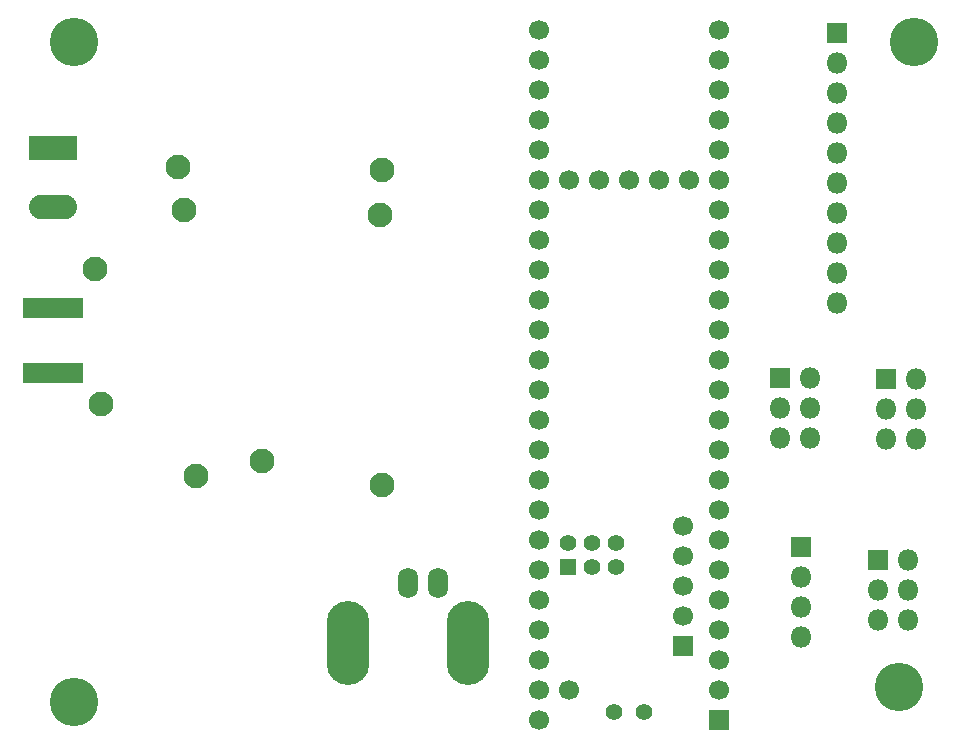
<source format=gbr>
%TF.GenerationSoftware,KiCad,Pcbnew,(5.1.6-0-10_14)*%
%TF.CreationDate,2021-01-13T17:54:44-08:00*%
%TF.ProjectId,MCP35461DevBoard,4d435033-3534-4363-9144-6576426f6172,rev?*%
%TF.SameCoordinates,Original*%
%TF.FileFunction,Soldermask,Bot*%
%TF.FilePolarity,Negative*%
%FSLAX46Y46*%
G04 Gerber Fmt 4.6, Leading zero omitted, Abs format (unit mm)*
G04 Created by KiCad (PCBNEW (5.1.6-0-10_14)) date 2021-01-13 17:54:44*
%MOMM*%
%LPD*%
G01*
G04 APERTURE LIST*
%ADD10C,2.100000*%
%ADD11O,3.600000X7.100000*%
%ADD12O,1.700000X2.600000*%
%ADD13O,4.060000X2.080000*%
%ADD14R,4.060000X2.080000*%
%ADD15C,1.400000*%
%ADD16C,1.700000*%
%ADD17R,1.400000X1.400000*%
%ADD18R,1.700000X1.700000*%
%ADD19O,1.800000X1.800000*%
%ADD20R,1.800000X1.800000*%
%ADD21R,5.180000X1.700000*%
%ADD22C,4.100000*%
G04 APERTURE END LIST*
D10*
%TO.C,TP9*%
X122555000Y-76835000D03*
%TD*%
D11*
%TO.C,J2*%
X119684800Y-90271600D03*
D12*
X124764800Y-85191600D03*
D11*
X129844800Y-90271600D03*
D12*
X127304800Y-85191600D03*
%TD*%
D13*
%TO.C,J8*%
X94742000Y-53340000D03*
D14*
X94742000Y-48340000D03*
%TD*%
D15*
%TO.C,U8*%
X142240000Y-96044000D03*
X144780000Y-96044000D03*
D16*
X138430000Y-51054000D03*
X140970000Y-51054000D03*
X143510000Y-51054000D03*
X146050000Y-51054000D03*
X148590000Y-51054000D03*
D15*
X142328400Y-83804000D03*
X142328400Y-81804000D03*
X140328400Y-81804000D03*
X140328400Y-83804000D03*
X138328400Y-81804000D03*
D17*
X138328400Y-83804000D03*
D16*
X151130000Y-56134000D03*
X151130000Y-53594000D03*
X151130000Y-51054000D03*
X151130000Y-48514000D03*
X151130000Y-58674000D03*
X151130000Y-61214000D03*
X151130000Y-63754000D03*
X151130000Y-45974000D03*
X151130000Y-43434000D03*
X151130000Y-40894000D03*
X151130000Y-38354000D03*
X135890000Y-38354000D03*
X135890000Y-40894000D03*
X135890000Y-43434000D03*
X135890000Y-45974000D03*
X135890000Y-48514000D03*
X135890000Y-51054000D03*
X135890000Y-53594000D03*
X135890000Y-56134000D03*
X135890000Y-58674000D03*
X135890000Y-61214000D03*
X151130000Y-66294000D03*
X151130000Y-68834000D03*
X151130000Y-71374000D03*
X151130000Y-73914000D03*
X151130000Y-76454000D03*
X151130000Y-78994000D03*
X151130000Y-81534000D03*
X151130000Y-84074000D03*
X151130000Y-86614000D03*
X151130000Y-89154000D03*
X151130000Y-91694000D03*
X151130000Y-94234000D03*
D18*
X151130000Y-96774000D03*
D16*
X135890000Y-63754000D03*
X135890000Y-66294000D03*
X135890000Y-68834000D03*
X135890000Y-71374000D03*
X135890000Y-73914000D03*
X135890000Y-76454000D03*
X135890000Y-78994000D03*
X135890000Y-81534000D03*
X135890000Y-84074000D03*
X135890000Y-86614000D03*
X135890000Y-89154000D03*
X135890000Y-91694000D03*
X135890000Y-94234000D03*
X135890000Y-96774000D03*
D18*
X148079200Y-90474800D03*
D16*
X148079200Y-87934800D03*
X148079200Y-85394800D03*
X148079200Y-82854800D03*
X148079200Y-80314800D03*
X138430000Y-94234000D03*
%TD*%
D10*
%TO.C,TP8*%
X122428000Y-53975000D03*
%TD*%
%TO.C,TP7*%
X105791000Y-53594000D03*
%TD*%
%TO.C,TP6*%
X122555000Y-50165000D03*
%TD*%
%TO.C,TP5*%
X105283000Y-49911000D03*
%TD*%
%TO.C,TP4*%
X112395000Y-74803000D03*
%TD*%
%TO.C,TP3*%
X98806000Y-69977000D03*
%TD*%
%TO.C,TP2*%
X98298000Y-58547000D03*
%TD*%
%TO.C,TP1*%
X106807000Y-76073000D03*
%TD*%
D19*
%TO.C,J7*%
X161086800Y-61468000D03*
X161086800Y-58928000D03*
X161086800Y-56388000D03*
X161086800Y-53848000D03*
X161086800Y-51308000D03*
X161086800Y-48768000D03*
X161086800Y-46228000D03*
X161086800Y-43688000D03*
X161086800Y-41148000D03*
D20*
X161086800Y-38608000D03*
%TD*%
D19*
%TO.C,J6*%
X167081200Y-88290400D03*
X164541200Y-88290400D03*
X167081200Y-85750400D03*
X164541200Y-85750400D03*
X167081200Y-83210400D03*
D20*
X164541200Y-83210400D03*
%TD*%
D19*
%TO.C,J5*%
X158038800Y-89712800D03*
X158038800Y-87172800D03*
X158038800Y-84632800D03*
D20*
X158038800Y-82092800D03*
%TD*%
D19*
%TO.C,J4*%
X167741600Y-72999600D03*
X165201600Y-72999600D03*
X167741600Y-70459600D03*
X165201600Y-70459600D03*
X167741600Y-67919600D03*
D20*
X165201600Y-67919600D03*
%TD*%
D19*
%TO.C,J3*%
X158800800Y-72898000D03*
X156260800Y-72898000D03*
X158800800Y-70358000D03*
X156260800Y-70358000D03*
X158800800Y-67818000D03*
D20*
X156260800Y-67818000D03*
%TD*%
D21*
%TO.C,J1*%
X94742000Y-67413000D03*
X94742000Y-61873000D03*
%TD*%
D22*
%TO.C,H4*%
X166370000Y-93980000D03*
%TD*%
%TO.C,H3*%
X167640000Y-39370000D03*
%TD*%
%TO.C,H2*%
X96520000Y-39370000D03*
%TD*%
%TO.C,H1*%
X96520000Y-95250000D03*
%TD*%
M02*

</source>
